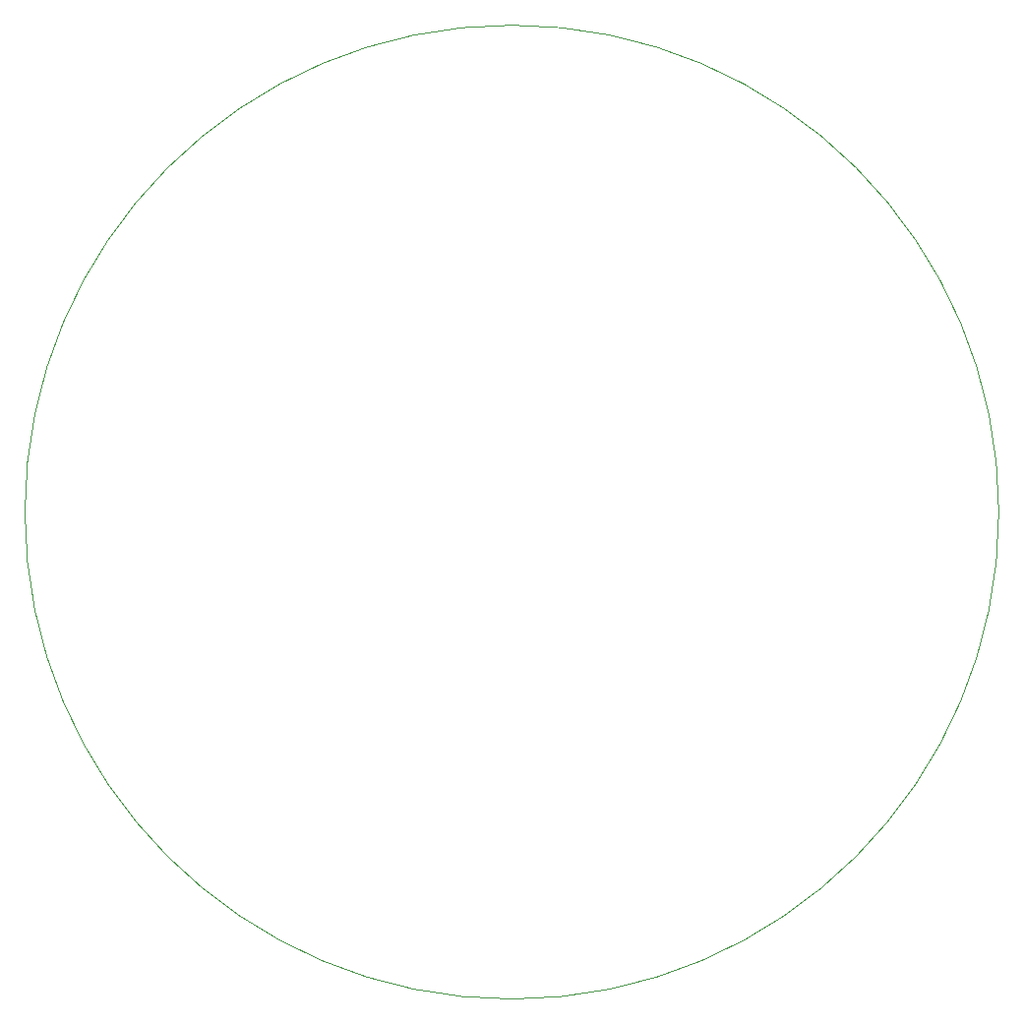
<source format=gbr>
G04 #@! TF.GenerationSoftware,KiCad,Pcbnew,(6.0.7)*
G04 #@! TF.CreationDate,2024-02-28T00:28:35-05:00*
G04 #@! TF.ProjectId,DBA,4442412e-6b69-4636-9164-5f7063625858,rev?*
G04 #@! TF.SameCoordinates,Original*
G04 #@! TF.FileFunction,Profile,NP*
%FSLAX46Y46*%
G04 Gerber Fmt 4.6, Leading zero omitted, Abs format (unit mm)*
G04 Created by KiCad (PCBNEW (6.0.7)) date 2024-02-28 00:28:35*
%MOMM*%
%LPD*%
G01*
G04 APERTURE LIST*
G04 #@! TA.AperFunction,Profile*
%ADD10C,0.100000*%
G04 #@! TD*
G04 APERTURE END LIST*
D10*
X175260000Y-93980000D02*
G75*
G03*
X175260000Y-93980000I-41910000J0D01*
G01*
M02*

</source>
